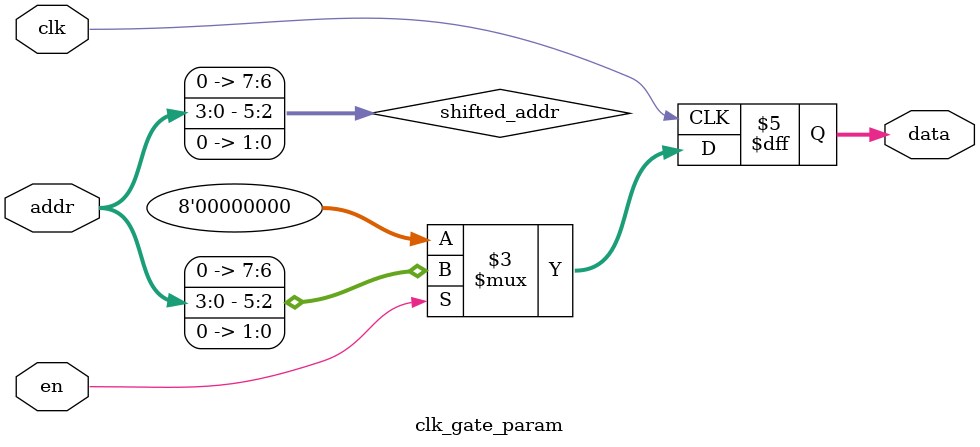
<source format=sv>
module clk_gate_param #(parameter DW=8, AW=4) (
    input clk, en,
    input [AW-1:0] addr,
    output reg [DW-1:0] data
);
    // Internal signal for shifted address
    wire [DW-1:0] shifted_addr;
    
    // Using two's complement subtraction algorithm
    // In this case, we implement addr << 2 as addr*4
    // using a subtraction-based approach
    
    // First create the shifted value
    assign shifted_addr = {addr, 2'b00}; // Equivalent to addr << 2
    
    always @(posedge clk) begin
        if (en) begin
            // Implementation with two's complement subtraction algorithm
            // data = shifted_addr - 0 (when en is active)
            data <= shifted_addr;
        end else begin
            // Zero output when disabled
            data <= {DW{1'b0}};
        end
    end
endmodule
</source>
